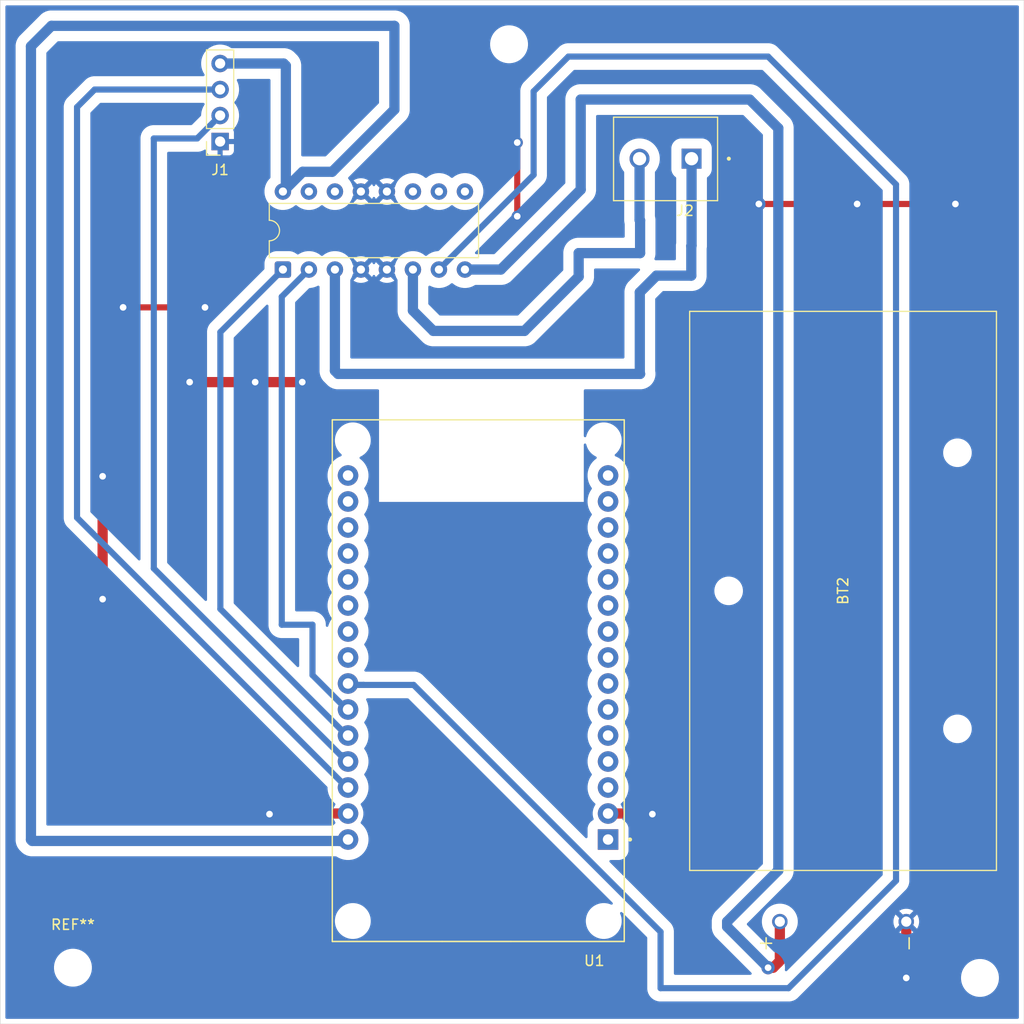
<source format=kicad_pcb>
(kicad_pcb (version 20241229) (generator "pcbnew") (generator_version "9.0")
  (layers (0 "F.Cu" signal) (2 "B.Cu" signal) (13 "F.Paste" user) (15 "B.Paste" user) (5 "F.SilkS" user "F.Silkscreen") (7 "B.SilkS" user "B.Silkscreen") (1 "F.Mask" user) (3 "B.Mask" user) (25 "Edge.Cuts" user))
  (net 0 "")
  (net 1 "GND")
  (net 2 "+BATT")
  (net 3 "/echo")
  (net 4 "+5V")
  (net 5 "/trig")
  (net 6 "/2 A")
  (net 10 "/ENA 1,2")
  (net 14 "/1 A")
  (net 35 "/pot_2y")
  (net 36 "/pot_1y")
  (footprint "" (layer "F.Cu") (at 84.2 30.8)
    (property "Reference" "" (at 0 0 0) (layer "F.SilkS") (effects (font (size 1.27 1.27))))
    (property "Value" "")
    (pad "" np_thru_hole circle (at 0 0) (size 3.2 3.2) (drill 3.2) (layers "*.Cu" "*.Mask"))
  )
  (footprint "" (layer "F.Cu") (at 130.2 122)
    (property "Reference" "" (at 0 0 0) (layer "F.SilkS") (effects (font (size 1.27 1.27))))
    (property "Value" "")
    (pad "" np_thru_hole circle (at 0 0) (size 3.2 3.2) (drill 3.2) (layers "*.Cu" "*.Mask"))
  )
  (footprint "devkit_esp32:MODULE_ESP32_DEVKIT_V1" (layer "F.Cu") (at 81.17 92.965 180)
    (property "Reference" "U1" (at -11.355 -27.36 0) (layer "F.SilkS"))
    (property "Value" "ESP32-DEVKIT-V1")
    (fp_line (start 14.23 25.475) (end -14.28 25.475) (stroke (width 0.127)) (layer "F.SilkS"))
    (fp_line (start 14.23 -25.475) (end 14.23 25.475) (stroke (width 0.127)) (layer "F.SilkS"))
    (fp_line (start 14.23 -25.475) (end 14.23 25.475) (stroke (width 0.127)) (layer "F.SilkS"))
    (fp_line (start 8.78 25.475) (end 14.23 25.475) (stroke (width 0.127)) (layer "F.SilkS"))
    (fp_line (start 3.5 -25.475) (end 14.23 -25.475) (stroke (width 0.127)) (layer "F.SilkS"))
    (fp_line (start -3.211 -25.475) (end 3.5 -25.475) (stroke (width 0.127)) (layer "F.SilkS"))
    (fp_line (start -8.91 25.475) (end 8.78 25.475) (stroke (width 0.127)) (layer "F.SilkS"))
    (fp_line (start -14.28 25.475) (end -8.91 25.475) (stroke (width 0.127)) (layer "F.SilkS"))
    (fp_line (start -14.28 25.475) (end -14.28 -25.475) (stroke (width 0.127)) (layer "F.SilkS"))
    (fp_line (start -14.28 25.475) (end -14.28 -25.475) (stroke (width 0.127)) (layer "F.SilkS"))
    (fp_line (start -14.28 -25.475) (end 14.23 -25.475) (stroke (width 0.127)) (layer "F.SilkS"))
    (fp_line (start -14.28 -25.475) (end -3.211 -25.475) (stroke (width 0.127)) (layer "F.SilkS"))
    (fp_circle (center -14.85 -15.515) (end -14.75 -15.515) (stroke (width 0.2)) (fill no) (layer "F.SilkS"))
    (pad "" np_thru_hole circle (at -12.28 -23.475 180) (size 3 3) (drill 3) (layers "*.Cu" "*.Mask"))
    (pad "" np_thru_hole circle (at -12.28 23.475 180) (size 3 3) (drill 3) (layers "*.Cu" "*.Mask"))
    (pad "" np_thru_hole circle (at 12.23 -23.475 180) (size 3 3) (drill 3) (layers "*.Cu" "*.Mask"))
    (pad "" np_thru_hole circle (at 12.23 23.475 180) (size 3 3) (drill 3) (layers "*.Cu" "*.Mask"))
    (pad "1" thru_hole rect (at -12.7 -15.515 180) (size 2 2) (drill 1.02) (layers "*.Cu" "*.Mask"))
    (pad "2" thru_hole circle (at -12.7 -12.975 180) (size 2 2) (drill 1.02) (layers "*.Cu" "*.Mask") (net 1 "GND"))
    (pad "3" thru_hole circle (at -12.7 -10.435 180) (size 2 2) (drill 1.02) (layers "*.Cu" "*.Mask"))
    (pad "4" thru_hole circle (at -12.7 -7.895 180) (size 2 2) (drill 1.02) (layers "*.Cu" "*.Mask"))
    (pad "5" thru_hole circle (at -12.7 -5.355 180) (size 2 2) (drill 1.02) (layers "*.Cu" "*.Mask"))
    (pad "6" thru_hole circle (at -12.7 -2.815 180) (size 2 2) (drill 1.02) (layers "*.Cu" "*.Mask"))
    (pad "7" thru_hole circle (at -12.7 -0.275 180) (size 2 2) (drill 1.02) (layers "*.Cu" "*.Mask"))
    (pad "8" thru_hole circle (at -12.7 2.265 180) (size 2 2) (drill 1.02) (layers "*.Cu" "*.Mask"))
    (pad "9" thru_hole circle (at -12.7 4.805 180) (size 2 2) (drill 1.02) (layers "*.Cu" "*.Mask"))
    (pad "10" thru_hole circle (at -12.7 7.345 180) (size 2 2) (drill 1.02) (layers "*.Cu" "*.Mask"))
    (pad "11" thru_hole circle (at -12.7 9.885 180) (size 2 2) (drill 1.02) (layers "*.Cu" "*.Mask"))
    (pad "12" thru_hole circle (at -12.7 12.425 180) (size 2 2) (drill 1.02) (layers "*.Cu" "*.Mask"))
    (pad "13" thru_hole circle (at -12.7 14.965 180) (size 2 2) (drill 1.02) (layers "*.Cu" "*.Mask"))
    (pad "14" thru_hole circle (at -12.7 17.505 180) (size 2 2) (drill 1.02) (layers "*.Cu" "*.Mask"))
    (pad "15" thru_hole circle (at -12.7 20.045 180) (size 2 2) (drill 1.02) (layers "*.Cu" "*.Mask"))
    (pad "16" thru_hole circle (at 12.7 20.045 180) (size 2 2) (drill 1.02) (layers "*.Cu" "*.Mask"))
    (pad "17" thru_hole circle (at 12.7 17.505 180) (size 2 2) (drill 1.02) (layers "*.Cu" "*.Mask"))
    (pad "18" thru_hole circle (at 12.7 14.965 180) (size 2 2) (drill 1.02) (layers "*.Cu" "*.Mask"))
    (pad "19" thru_hole circle (at 12.7 12.425 180) (size 2 2) (drill 1.02) (layers "*.Cu" "*.Mask"))
    (pad "20" thru_hole circle (at 12.7 9.885 180) (size 2 2) (drill 1.02) (layers "*.Cu" "*.Mask"))
    (pad "21" thru_hole circle (at 12.7 7.345 180) (size 2 2) (drill 1.02) (layers "*.Cu" "*.Mask"))
    (pad "22" thru_hole circle (at 12.7 4.805 180) (size 2 2) (drill 1.02) (layers "*.Cu" "*.Mask"))
    (pad "23" thru_hole circle (at 12.7 2.265 180) (size 2 2) (drill 1.02) (layers "*.Cu" "*.Mask"))
    (pad "24" thru_hole circle (at 12.7 -0.275 180) (size 2 2) (drill 1.02) (layers "*.Cu" "*.Mask") (net 6 "/2 A"))
    (pad "25" thru_hole circle (at 12.7 -2.815 180) (size 2 2) (drill 1.02) (layers "*.Cu" "*.Mask") (net 14 "/1 A"))
    (pad "26" thru_hole circle (at 12.7 -5.355 180) (size 2 2) (drill 1.02) (layers "*.Cu" "*.Mask") (net 10 "/ENA 1,2"))
    (pad "27" thru_hole circle (at 12.7 -7.895 180) (size 2 2) (drill 1.02) (layers "*.Cu" "*.Mask") (net 3 "/echo"))
    (pad "28" thru_hole circle (at 12.7 -10.435 180) (size 2 2) (drill 1.02) (layers "*.Cu" "*.Mask") (net 5 "/trig"))
    (pad "29" thru_hole circle (at 12.7 -12.975 180) (size 2 2) (drill 1.02) (layers "*.Cu" "*.Mask") (net 1 "GND"))
    (pad "30" thru_hole circle (at 12.7 -15.515 180) (size 2 2) (drill 1.02) (layers "*.Cu" "*.Mask") (net 4 "+5V"))
    (zone (net 0) (net_name "") (layer "B.Cu") (connect_pads (clearance 0)) (min_thickness 0.01)
      (keepout (tracks not_allowed) (vias not_allowed) (pads not_allowed) (copperpour not_allowed) (footprints allowed))
      (fill (thermal_gap 0.508) (thermal_bridge_width 0.508))
      (polygon (pts (xy 90.08 73.98) (xy 72.39 73.98) (xy 72.39 67.49) (xy 90.08 67.49)))
    )
  )
  (footprint "devkit_bh9v:BAT_BH9VW" (layer "F.Cu") (at 116.825 84.195 -90)
    (property "Reference" "BT2" (at 0 0 90) (layer "F.SilkS"))
    (property "Value" "BH9VW")
    (fp_line (start -27.305 14.985) (end -27.305 -14.985) (stroke (width 0.127)) (layer "F.SilkS"))
    (fp_line (start 27.305 14.985) (end -27.305 14.985) (stroke (width 0.127)) (layer "F.SilkS"))
    (fp_line (start -27.305 -14.985) (end 27.305 -14.985) (stroke (width 0.127)) (layer "F.SilkS"))
    (fp_line (start 27.305 -14.985) (end 27.305 14.985) (stroke (width 0.127)) (layer "F.SilkS"))
    (fp_text user "-" (at 34.42 -6.35 90) (layer "F.SilkS") (effects (font (size 1.4 1.4))))
    (fp_text user "+" (at 34.42 7.62 90) (layer "F.SilkS") (effects (font (size 1.4 1.4))))
    (pad "" np_thru_hole circle (at -13.495 -11.175 270) (size 2.29 2.29) (drill 2.29) (layers "*.Cu" "*.Mask"))
    (pad "" np_thru_hole circle (at -0.005 11.175 270) (size 2.29 2.29) (drill 2.29) (layers "*.Cu" "*.Mask"))
    (pad "" np_thru_hole circle (at 13.475 -11.175 270) (size 2.29 2.29) (drill 2.29) (layers "*.Cu" "*.Mask"))
    (pad "+" thru_hole circle (at 32.305 6.175 270) (size 1.508 1.508) (drill 1) (layers "*.Cu" "*.Mask") (net 2 "+BATT"))
    (pad "-" thru_hole circle (at 32.305 -6.175 270) (size 1.508 1.508) (drill 1) (layers "*.Cu" "*.Mask") (net 1 "GND"))
  )
  (footprint "Package_DIP:DIP-16_W7.62mm" (layer "F.Cu") (at 62.11 52.805 90)
    (property "Reference" "U2" (hide yes))
    (property "Value" "L293D")
    (fp_line (start 6.46 -1.33) (end 4.81 -1.33) (stroke (width 0.12)) (layer "F.SilkS"))
    (fp_line (start 2.81 -1.33) (end 1.16 -1.33) (stroke (width 0.12)) (layer "F.SilkS"))
    (fp_line (start 1.16 -1.33) (end 1.16 19.11) (stroke (width 0.12)) (layer "F.SilkS"))
    (fp_line (start 6.46 19.11) (end 6.46 -1.33) (stroke (width 0.12)) (layer "F.SilkS"))
    (fp_line (start 1.16 19.11) (end 6.46 19.11) (stroke (width 0.12)) (layer "F.SilkS"))
    (fp_arc (start 4.81 -1.33) (mid 3.81 -0.33) (end 2.81 -1.33) (stroke (width 0.12)) (layer "F.SilkS"))
    (pad "1" thru_hole roundrect (at 0 0 90) (size 1.6 1.6) (drill 0.8) (layers "*.Cu" "*.Mask") (roundrect_rratio 0.15625) (net 10 "/ENA 1,2"))
    (pad "2" thru_hole circle (at 0 2.54 90) (size 1.6 1.6) (drill 0.8) (layers "*.Cu" "*.Mask") (net 14 "/1 A"))
    (pad "3" thru_hole circle (at 0 5.08 90) (size 1.6 1.6) (drill 0.8) (layers "*.Cu" "*.Mask") (net 36 "/pot_1y"))
    (pad "4" thru_hole circle (at 0 7.62 90) (size 1.6 1.6) (drill 0.8) (layers "*.Cu" "*.Mask") (net 1 "GND"))
    (pad "5" thru_hole circle (at 0 10.16 90) (size 1.6 1.6) (drill 0.8) (layers "*.Cu" "*.Mask") (net 1 "GND"))
    (pad "6" thru_hole circle (at 0 12.7 90) (size 1.6 1.6) (drill 0.8) (layers "*.Cu" "*.Mask") (net 35 "/pot_2y"))
    (pad "7" thru_hole circle (at 0 15.24 90) (size 1.6 1.6) (drill 0.8) (layers "*.Cu" "*.Mask") (net 6 "/2 A"))
    (pad "8" thru_hole circle (at 0 17.78 90) (size 1.6 1.6) (drill 0.8) (layers "*.Cu" "*.Mask") (net 2 "+BATT"))
    (pad "9" thru_hole circle (at 7.62 17.78 90) (size 1.6 1.6) (drill 0.8) (layers "*.Cu" "*.Mask"))
    (pad "10" thru_hole circle (at 7.62 15.24 90) (size 1.6 1.6) (drill 0.8) (layers "*.Cu" "*.Mask"))
    (pad "11" thru_hole circle (at 7.62 12.7 90) (size 1.6 1.6) (drill 0.8) (layers "*.Cu" "*.Mask"))
    (pad "12" thru_hole circle (at 7.62 10.16 90) (size 1.6 1.6) (drill 0.8) (layers "*.Cu" "*.Mask") (net 1 "GND"))
    (pad "13" thru_hole circle (at 7.62 7.62 90) (size 1.6 1.6) (drill 0.8) (layers "*.Cu" "*.Mask") (net 1 "GND"))
    (pad "14" thru_hole circle (at 7.62 5.08 90) (size 1.6 1.6) (drill 0.8) (layers "*.Cu" "*.Mask"))
    (pad "15" thru_hole circle (at 7.62 2.54 90) (size 1.6 1.6) (drill 0.8) (layers "*.Cu" "*.Mask"))
    (pad "16" thru_hole circle (at 7.62 0 90) (size 1.6 1.6) (drill 0.8) (layers "*.Cu" "*.Mask") (net 4 "+5V"))
  )
  (footprint "MountingHole:MountingHole_3.2mm_M3" (layer "F.Cu") (at 41.6 121)
    (property "Reference" "REF**" (at 0 -4.2 0) (layer "F.SilkS"))
    (property "Value" "MountingHole_3.2mm_M3")
    (pad "" np_thru_hole circle (at 0 0) (size 3.2 3.2) (drill 3.2) (layers "*.Cu" "*.Mask"))
  )
  (footprint "devkit_st5,08:PHOENIX_1729128" (layer "F.Cu") (at 104.5675 37.925 180)
    (property "Reference" "J2" (at 3.175 -9.135 0) (layer "F.SilkS"))
    (property "Value" "1729128 Terminal tornillo_motor")
    (fp_line (start 10.16 0) (end 10.16 -8.15) (stroke (width 0.127)) (layer "F.SilkS"))
    (fp_line (start 10.16 -8.15) (end 0 -8.15) (stroke (width 0.127)) (layer "F.SilkS"))
    (fp_line (start 0 0) (end 10.16 0) (stroke (width 0.127)) (layer "F.SilkS"))
    (fp_line (start 0 -8.15) (end 0 0) (stroke (width 0.127)) (layer "F.SilkS"))
    (fp_circle (center -1.1 -4.05) (end -1 -4.05) (stroke (width 0.2)) (fill no) (layer "F.SilkS"))
    (pad "1" thru_hole rect (at 2.54 -4.05 180) (size 1.95 1.95) (drill 1.3) (layers "*.Cu" "*.Mask") (net 36 "/pot_1y"))
    (pad "2" thru_hole circle (at 7.62 -4.05 180) (size 1.95 1.95) (drill 1.3) (layers "*.Cu" "*.Mask") (net 35 "/pot_2y"))
  )
  (footprint "Connector_PinSocket_2.54mm:PinSocket_1x04_P2.54mm_Vertical" (layer "F.Cu") (at 55.975 40.3 180)
    (property "Reference" "J1" (at 0 -2.77 0) (layer "F.SilkS"))
    (property "Value" "pines hembra ultrasonido")
    (fp_line (start 1.33 1.27) (end 1.33 8.95) (stroke (width 0.12)) (layer "F.SilkS"))
    (fp_line (start 1.33 -1.33) (end 1.33 0) (stroke (width 0.12)) (layer "F.SilkS"))
    (fp_line (start 0 -1.33) (end 1.33 -1.33) (stroke (width 0.12)) (layer "F.SilkS"))
    (fp_line (start -1.33 8.95) (end 1.33 8.95) (stroke (width 0.12)) (layer "F.SilkS"))
    (fp_line (start -1.33 1.27) (end 1.33 1.27) (stroke (width 0.12)) (layer "F.SilkS"))
    (fp_line (start -1.33 1.27) (end -1.33 8.95) (stroke (width 0.12)) (layer "F.SilkS"))
    (pad "1" thru_hole rect (at 0 0 180) (size 1.7 1.7) (drill 1) (layers "*.Cu" "*.Mask") (net 1 "GND"))
    (pad "2" thru_hole oval (at 0 2.54 180) (size 1.7 1.7) (drill 1) (layers "*.Cu" "*.Mask") (net 3 "/echo"))
    (pad "3" thru_hole oval (at 0 5.08 180) (size 1.7 1.7) (drill 1) (layers "*.Cu" "*.Mask") (net 5 "/trig"))
    (pad "4" thru_hole oval (at 0 7.62 180) (size 1.7 1.7) (drill 1) (layers "*.Cu" "*.Mask") (net 4 "+5V"))
  )
  (gr_rect (start 34.5 26.5) (end 134.5 126.5) (stroke (width 0.05)) (fill no) (layer "Edge.Cuts"))
  (segment (start 118.2 46.4) (end 108.6 46.4) (width 0.6) (layer "F.Cu") (net 1))
  (segment (start 44.5 85) (end 44.5 73) (width 1) (layer "F.Cu") (net 1))
  (segment (start 98.14 105.94) (end 98.2 106) (width 1) (layer "F.Cu") (net 1))
  (segment (start 59.4 63.8) (end 64 63.8) (width 1) (layer "F.Cu") (net 1))
  (segment (start 68.47 105.94) (end 60.86 105.94) (width 1) (layer "F.Cu") (net 1))
  (segment (start 127.8 46.4) (end 118.2 46.4) (width 0.6) (layer "F.Cu") (net 1))
  (segment (start 60.86 105.94) (end 60.8 106) (width 1) (layer "F.Cu") (net 1))
  (segment (start 123 116.5) (end 123 122) (width 1) (layer "F.Cu") (net 1))
  (segment (start 85 40.4) (end 85 47.6) (width 0.6) (layer "F.Cu") (net 1))
  (segment (start 93.87 105.94) (end 98.14 105.94) (width 1) (layer "F.Cu") (net 1))
  (segment (start 46.5 56.5) (end 54.5 56.5) (width 0.6) (layer "F.Cu") (net 1))
  (segment (start 59.4 63.8) (end 53 63.8) (width 1) (layer "F.Cu") (net 1))
  (via (at 46.5 56.5) (size 1.1) (drill 0.65) (layers "F.Cu" "B.Cu") (net 1))
  (via (at 108.6 46.4) (size 1.3) (drill 0.65) (layers "F.Cu" "B.Cu") (net 1))
  (via (at 44.5 85) (size 1.1) (drill 0.65) (layers "F.Cu" "B.Cu") (net 1))
  (via (at 53 63.8) (size 1.1) (drill 0.65) (layers "F.Cu" "B.Cu") (net 1))
  (via (at 98.2 106) (size 1.3) (drill 0.65) (layers "F.Cu" "B.Cu") (net 1))
  (via (at 85 40.4) (size 1.1) (drill 0.65) (layers "F.Cu" "B.Cu") (net 1))
  (via (at 44.5 73) (size 1.3) (drill 0.65) (layers "F.Cu" "B.Cu") (net 1))
  (via (at 85 47.6) (size 1.1) (drill 0.65) (layers "F.Cu" "B.Cu") (net 1))
  (via (at 64 63.8) (size 1.3) (drill 0.65) (layers "F.Cu" "B.Cu") (net 1))
  (via (at 60.8 106) (size 1.3) (drill 0.65) (layers "F.Cu" "B.Cu") (net 1))
  (via (at 127.8 46.4) (size 1.1) (drill 0.65) (layers "F.Cu" "B.Cu") (net 1))
  (via (at 118.2 46.4) (size 1.1) (drill 0.65) (layers "F.Cu" "B.Cu") (net 1))
  (via (at 59.4 63.8) (size 1.3) (drill 0.65) (layers "F.Cu" "B.Cu") (net 1))
  (via (at 54.5 56.5) (size 1.1) (drill 0.65) (layers "F.Cu" "B.Cu") (net 1))
  (via (at 123 122) (size 1.3) (drill 0.65) (layers "F.Cu" "B.Cu") (net 1))
  (segment (start 72.5 52.575) (end 72.27 52.805) (width 1) (layer "B.Cu") (net 1))
  (segment (start 110.65 120.35) (end 110.5 120.5) (width 1) (layer "F.Cu") (net 2))
  (segment (start 110 121) (end 109.5 121) (width 1) (layer "F.Cu") (net 2))
  (segment (start 110.5 120.5) (end 110 121) (width 1) (layer "F.Cu") (net 2))
  (segment (start 110.65 116.5) (end 110.65 120) (width 1) (layer "F.Cu") (net 2))
  (via (at 109.5 121) (size 1.3) (drill 0.65) (layers "F.Cu" "B.Cu") (net 2))
  (segment (start 105.5 116.5) (end 110.5 111.5) (width 1) (layer "B.Cu") (net 2))
  (segment (start 91.2 45) (end 83.395 52.805) (width 1) (layer "B.Cu") (net 2))
  (segment (start 83.395 52.805) (end 79.89 52.805) (width 1) (layer "B.Cu") (net 2))
  (segment (start 110.5 39) (end 107.7 36.2) (width 1) (layer "B.Cu") (net 2))
  (segment (start 110.5 111.5) (end 110.5 39) (width 1) (layer "B.Cu") (net 2))
  (segment (start 91.2 36.2) (end 91.2 45) (width 1) (layer "B.Cu") (net 2))
  (segment (start 109.5 121) (end 105.5 117) (width 1) (layer "B.Cu") (net 2))
  (segment (start 105.5 117) (end 105.5 116.5) (width 1) (layer "B.Cu") (net 2))
  (segment (start 107.7 36.2) (end 91.2 36.2) (width 1) (layer "B.Cu") (net 2))
  (segment (start 67.99 100.25) (end 68.6 100.86) (width 0.6) (layer "B.Cu") (net 3))
  (segment (start 67.75 100.25) (end 67.99 100.25) (width 0.6) (layer "B.Cu") (net 3))
  (segment (start 68.5 101) (end 67.75 100.25) (width 0.6) (layer "B.Cu") (net 3))
  (segment (start 49.5 40) (end 53.735 40) (width 0.6) (layer "B.Cu") (net 3))
  (segment (start 49.5 82) (end 49.5 40) (width 0.6) (layer "B.Cu") (net 3))
  (segment (start 53.735 40) (end 55.975 37.76) (width 0.6) (layer "B.Cu") (net 3))
  (segment (start 67.75 100.25) (end 49.5 82) (width 0.6) (layer "B.Cu") (net 3))
  (segment (start 62.3975 32.8975) (end 62.18 32.68) (width 1) (layer "B.Cu") (net 4))
  (segment (start 37.5 108.5) (end 37.5 31) (width 1) (layer "B.Cu") (net 4))
  (segment (start 68.5 108.62) (end 67.6 108.62) (width 1) (layer "B.Cu") (net 4))
  (segment (start 37.62 108.62) (end 37.5 108.5) (width 1) (layer "B.Cu") (net 4))
  (segment (start 64.04 43.255) (end 62.11 45.185) (width 1) (layer "B.Cu") (net 4))
  (segment (start 67.6 108.62) (end 37.62 108.62) (width 1) (layer "B.Cu") (net 4))
  (segment (start 63.795 43.5) (end 62.11 45.185) (width 1) (layer "B.Cu") (net 4))
  (segment (start 67.6 108.62) (end 68.46 108.62) (width 1) (layer "B.Cu") (net 4))
  (segment (start 62.18 32.68) (end 55.975 32.68) (width 1) (layer "B.Cu") (net 4))
  (segment (start 39.5 29) (end 73 29) (width 1) (layer "B.Cu") (net 4))
  (segment (start 66.920897 43.255) (end 64.04 43.255) (width 1) (layer "B.Cu") (net 4))
  (segment (start 62.11 45.185) (end 62.3975 44.8975) (width 1) (layer "B.Cu") (net 4))
  (segment (start 62.3975 44.8975) (end 62.3975 32.8975) (width 1) (layer "B.Cu") (net 4))
  (segment (start 73 29) (end 73 37.175897) (width 1) (layer "B.Cu") (net 4))
  (segment (start 73 37.175897) (end 66.920897 43.255) (width 1) (layer "B.Cu") (net 4))
  (segment (start 37.5 31) (end 39.5 29) (width 1) (layer "B.Cu") (net 4))
  (segment (start 68.6 103.4) (end 68.5 103.5) (width 0.6) (layer "B.Cu") (net 5))
  (segment (start 68.5 103.5) (end 68.5 103.54) (width 0.6) (layer "B.Cu") (net 5))
  (segment (start 42 77.04) (end 42 36.94) (width 0.6) (layer "B.Cu") (net 5))
  (segment (start 42 36.94) (end 43.72 35.22) (width 0.6) (layer "B.Cu") (net 5))
  (segment (start 43.72 35.22) (end 55.975 35.22) (width 0.6) (layer "B.Cu") (net 5))
  (segment (start 68.5 103.54) (end 42 77.04) (width 0.6) (layer "B.Cu") (net 5))
  (segment (start 90 32) (end 109.5 32) (width 0.6) (layer "B.Cu") (net 6))
  (segment (start 70 93.38) (end 68.74 93.38) (width 0.6) (layer "B.Cu") (net 6))
  (segment (start 122 44.5) (end 122 112.5) (width 0.6) (layer "B.Cu") (net 6))
  (segment (start 70 93.38) (end 68.5 93.38) (width 0.6) (layer "B.Cu") (net 6))
  (segment (start 86.6 43.555) (end 86.6 35.4) (width 0.6) (layer "B.Cu") (net 6))
  (segment (start 122 112.5) (end 111.5 123) (width 0.6) (layer "B.Cu") (net 6))
  (segment (start 111.5 123) (end 99 123) (width 0.6) (layer "B.Cu") (net 6))
  (segment (start 99 123) (end 99 117.5) (width 0.6) (layer "B.Cu") (net 6))
  (segment (start 77.35 52.805) (end 86.6 43.555) (width 0.6) (layer "B.Cu") (net 6))
  (segment (start 74.88 93.38) (end 70 93.38) (width 0.6) (layer "B.Cu") (net 6))
  (segment (start 68.74 93.38) (end 68.6 93.24) (width 0.6) (layer "B.Cu") (net 6))
  (segment (start 109.5 32) (end 122 44.5) (width 0.6) (layer "B.Cu") (net 6))
  (segment (start 99 117.5) (end 74.88 93.38) (width 0.6) (layer "B.Cu") (net 6))
  (segment (start 86.6 35.4) (end 90 32) (width 0.6) (layer "B.Cu") (net 6))
  (segment (start 56 85.96) (end 68.36 98.32) (width 0.6) (layer "B.Cu") (net 10))
  (segment (start 62.11 52.805) (end 56 58.915) (width 0.6) (layer "B.Cu") (net 10))
  (segment (start 68.36 98.32) (end 68.6 98.32) (width 0.6) (layer "B.Cu") (net 10))
  (segment (start 56 58.915) (end 56 85.96) (width 0.6) (layer "B.Cu") (net 10))
  (segment (start 62 87.5) (end 65 87.5) (width 0.6) (layer "B.Cu") (net 14))
  (segment (start 62 55.455) (end 64.65 52.805) (width 0.6) (layer "B.Cu") (net 14))
  (segment (start 65 87.5) (end 65 92.42) (width 0.6) (layer "B.Cu") (net 14))
  (segment (start 62 87.5) (end 62 55.455) (width 0.6) (layer "B.Cu") (net 14))
  (segment (start 65 92.42) (end 68.5 95.92) (width 0.6) (layer "B.Cu") (net 14))
  (segment (start 68.6 95.78) (end 68.6 95.82) (width 0.6) (layer "B.Cu") (net 14))
  (segment (start 68.6 95.82) (end 68.5 95.92) (width 0.6) (layer "B.Cu") (net 14))
  (segment (start 91 53.5) (end 91 51.2) (width 1) (layer "B.Cu") (net 35))
  (segment (start 91 51.2) (end 97 51.2) (width 1) (layer "B.Cu") (net 35))
  (segment (start 97 48) (end 96.9475 47.9475) (width 1) (layer "B.Cu") (net 35))
  (segment (start 74.81 52.805) (end 74.81 56.81) (width 1) (layer "B.Cu") (net 35))
  (segment (start 85.7 58.8) (end 91 53.5) (width 1) (layer "B.Cu") (net 35))
  (segment (start 74.81 56.81) (end 76.8 58.8) (width 1) (layer "B.Cu") (net 35))
  (segment (start 96.9475 47.9475) (end 96.9475 41.975) (width 1) (layer "B.Cu") (net 35))
  (segment (start 76.8 58.8) (end 85.7 58.8) (width 1) (layer "B.Cu") (net 35))
  (segment (start 97 51.2) (end 97 48) (width 1) (layer "B.Cu") (net 35))
  (segment (start 67.19 62.69) (end 67.5 63) (width 1) (layer "B.Cu") (net 36))
  (segment (start 67.19 52.805) (end 67.19 62.69) (width 1) (layer "B.Cu") (net 36))
  (segment (start 102 53.4) (end 102 50.5) (width 1) (layer "B.Cu") (net 36))
  (segment (start 102.0275 50.4725) (end 102.0275 41.975) (width 1) (layer "B.Cu") (net 36))
  (segment (start 102 50.5) (end 102.0275 50.4725) (width 1) (layer "B.Cu") (net 36))
  (segment (start 67.5 63) (end 97 63) (width 1) (layer "B.Cu") (net 36))
  (segment (start 96.9725 62.9725) (end 96.9725 55.0275) (width 1) (layer "B.Cu") (net 36))
  (segment (start 98.6 53.4) (end 102 53.4) (width 1) (layer "B.Cu") (net 36))
  (segment (start 96.9725 55.0275) (end 98.6 53.4) (width 1) (layer "B.Cu") (net 36))
  (segment (start 97 63) (end 96.9725 62.9725) (width 1) (layer "B.Cu") (net 36))
  (zone (net 1) (net_name "GND") (layer "B.Cu") (connect_pads (clearance 1)) (min_thickness 0.25) (fill yes (thermal_gap 0.5) (thermal_bridge_width 0.5))
    (polygon (pts (xy 34.5 26.5) (xy 34.5 126.5) (xy 134.5 126.5) (xy 134.5 26.5) (xy 92 26.5) (xy 91.5 64.5) (xy 91.5 75.5) (xy 71.5 75.5) (xy 71.5 64.5) (xy 91.5 64.5) (xy 92 26.5)))
  )
)
</source>
